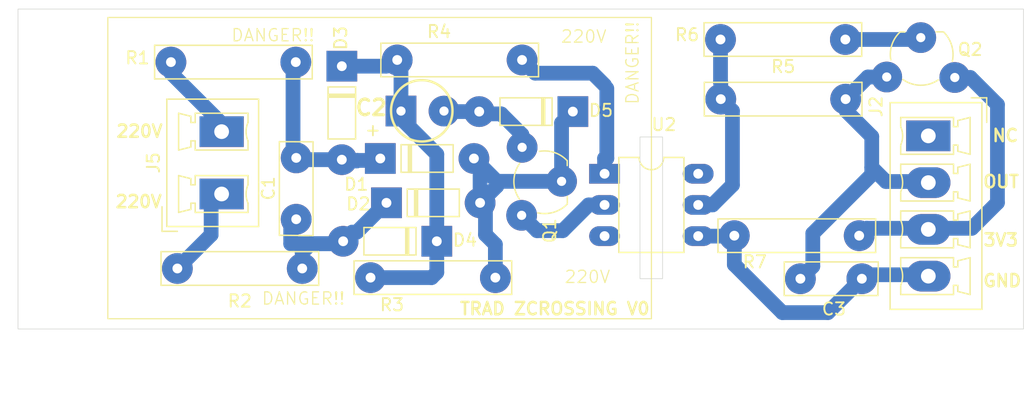
<source format=kicad_pcb>
(kicad_pcb (version 20241229) (generator "pcbnew") (generator_version "9.0")
  (layers (0 "F.Cu" signal) (2 "B.Cu" signal) (13 "F.Paste" user) (15 "B.Paste" user) (5 "F.SilkS" user "F.Silkscreen") (7 "B.SilkS" user "B.Silkscreen") (1 "F.Mask" user) (3 "B.Mask" user) (25 "Edge.Cuts" user))
  (property "@BOARD NAME" "zero_cross_detector_kicad9")
  (property "@CREATE DATE" "2025-11-09")
  (property "@CREATE TIME" "20:42:59")
  (property "@PAGE COUNT" "1")
  (property "@PAGE NAME" "zero_cross_detector_kicad9")
  (property "@PAGE NO" "1")
  (property "@PROJECT NAME" "zero_cross_detector_kicad9")
  (property "@SCHEMATIC NAME" "zero_cross_detector_kicad9")
  (property "@UPDATE DATE" "2025-11-09")
  (property "@UPDATE TIME" "21:42:59")
  (property "COMMENT1" "")
  (property "COMMENT2" "")
  (property "COMMENT3" "")
  (property "COMMENT4" "")
  (property "COMP" "")
  (property "DESCRIPTION" "")
  (property "DESIGNATOR" "")
  (property "DEVICE" "default297x210")
  (property "FILE" "zero_cross_detector_kicad9")
  (property "FOOTPRINT" "")
  (property "ID" "/")
  (property "NAME" "default297x210")
  (property "REV" "")
  (property "SHEET" "/")
  (property "SIZE" "\"A4\"")
  (property "SYMBOL" "default297x210")
  (property "TYPE" "")
  (net 0 "")
  (net 3 "Net-(D1-A)")
  (net 4 "Net-(D5-A)")
  (net 5 "Net-(D1-K)")
  (net 6 "Net-(Q2-B)")
  (net 7 "Net-(Q1-C)")
  (net 8 "Net-(D2-K)")
  (net 9 "Net-(D3-K)")
  (net 10 "Net-(J2-Pin_3)")
  (net 11 "Net-(R4-Pad2)")
  (net 12 "Net-(R5-Pad2)")
  (net 13 "Net-(J5-Pin_1)")
  (net 14 "Net-(J5-Pin_2)")
  (net 15 "Net-(J2-Pin_2)")
  (net 17 "GND")
  (footprint "SamacSys:R_Axial_DIN0207_L6.3mm_D2.5mm_P10.16mm_Horizontal_big" (layer "F.Cu") (at 174.375974 63.777861)
    (property "Reference" "R7" (at 1.663909 2.138147 0) (layer "F.SilkS"))
    (property "Value" "1K")
    (fp_line (start -1.33 -1.37) (end -1.33 1.37) (stroke (width 0.12)) (layer "F.SilkS"))
    (fp_line (start -1.33 1.37) (end 11.5 1.37) (stroke (width 0.12)) (layer "F.SilkS"))
    (fp_line (start 11.5 -1.37) (end -1.33 -1.37) (stroke (width 0.12)) (layer "F.SilkS"))
    (fp_line (start 11.5 1.37) (end 11.5 -1.37) (stroke (width 0.12)) (layer "F.SilkS"))
    (pad "1" thru_hole circle (at 0 0) (size 2.5 2.5) (drill 0.8) (layers "*.Cu" "*.Mask") (net 17 "GND"))
    (pad "2" thru_hole circle (at 10.16 0) (size 2.5 2.5) (drill 0.8) (layers "*.Cu" "*.Mask") (net 10 "Net-(J2-Pin_3)"))
  )
  (footprint "SamacSys:R_Axial_DIN0207_L6.3mm_D2.5mm_P10.16mm_Horizontal_big" (layer "F.Cu") (at 183.434186 52.653416 180)
    (property "Reference" "R5" (at 5.08 2.652837 180) (layer "F.SilkS"))
    (property "Value" "1K")
    (fp_line (start 11.5 1.37) (end 11.5 -1.37) (stroke (width 0.12)) (layer "F.SilkS"))
    (fp_line (start 11.5 -1.37) (end -1.33 -1.37) (stroke (width 0.12)) (layer "F.SilkS"))
    (fp_line (start -1.33 1.37) (end 11.5 1.37) (stroke (width 0.12)) (layer "F.SilkS"))
    (fp_line (start -1.33 -1.37) (end -1.33 1.37) (stroke (width 0.12)) (layer "F.SilkS"))
    (pad "1" thru_hole circle (at 0 0 180) (size 2.5 2.5) (drill 0.8) (layers "*.Cu" "*.Mask") (net 15 "Net-(J2-Pin_2)"))
    (pad "2" thru_hole circle (at 10.16 0 180) (size 2.5 2.5) (drill 0.8) (layers "*.Cu" "*.Mask") (net 12 "Net-(R5-Pad2)"))
  )
  (footprint "SamacSys:D_DO-35_SOD27_P7.62mm_Horizontal_big" (layer "F.Cu") (at 142.431917 49.966171 -90)
    (property "Reference" "D3" (at -2.28872 0.092168 90) (layer "F.SilkS"))
    (property "Value" "1n4148")
    (fp_line (start 1.69 1.12) (end 5.93 1.12) (stroke (width 0.12)) (layer "F.SilkS"))
    (fp_line (start 5.93 1.12) (end 5.93 -1.12) (stroke (width 0.12)) (layer "F.SilkS"))
    (fp_line (start 1.69 -1.12) (end 1.69 1.12) (stroke (width 0.12)) (layer "F.SilkS"))
    (fp_line (start 2.29 -1.12) (end 2.29 1.12) (stroke (width 0.12)) (layer "F.SilkS"))
    (fp_line (start 2.41 -1.12) (end 2.41 1.12) (stroke (width 0.12)) (layer "F.SilkS"))
    (fp_line (start 2.53 -1.12) (end 2.53 1.12) (stroke (width 0.12)) (layer "F.SilkS"))
    (fp_line (start 5.93 -1.12) (end 1.69 -1.12) (stroke (width 0.12)) (layer "F.SilkS"))
    (pad "1" thru_hole rect (at 0 0 270) (size 2.5 2.5) (drill 0.8) (layers "*.Cu" "*.Mask") (net 9 "Net-(D3-K)"))
    (pad "2" thru_hole oval (at 7.62 0 270) (size 2.5 2.5) (drill 0.8) (layers "*.Cu" "*.Mask") (net 5 "Net-(D1-K)"))
  )
  (footprint "SamacSys:CAPPRD200W55D500H1350_big" (layer "F.Cu") (at 147.247618 53.623551)
    (property "Reference" "C2" (at -2.426046 -0.278783 0) (layer "F.SilkS") (effects (font (size 1.27 1.27) (thickness 0.254))))
    (property "Value" "10uF 50V" (hide yes))
    (fp_circle (center 1.69 -0.0205) (end 1.74 2.4795) (stroke (width 0.2)) (fill no) (layer "F.SilkS"))
    (pad "1" thru_hole rect (at 0 0) (size 2.5 2.5) (drill 0.75) (layers "*.Cu" "*.Mask") (net 9 "Net-(D3-K)"))
    (pad "2" thru_hole circle (at 3.5 0) (size 2.5 2.5) (drill 0.75) (layers "*.Cu" "*.Mask") (net 4 "Net-(D5-A)"))
  )
  (footprint "MountingHole:MountingHole_3.2mm_M3" (layer "F.Cu") (at 179.762141 58.489223)
    (property "Reference" "H3" (hide yes))
    (property "Value" "MountingHole")
    (pad "" np_thru_hole circle (at 0 0) (size 3.2 3.2) (drill 3.2) (layers "*.Cu" "*.Mask"))
  )
  (footprint "SamacSys:C_Disc_D6.0mm_W2.5mm_P5.00mm_big" (layer "F.Cu") (at 184.753837 67.286008 180)
    (property "Reference" "C3" (at 2.271266 -2.467465 180) (layer "F.SilkS"))
    (property "Value" "100nF 50V")
    (fp_line (start 6.31 1.37) (end 6.32 -1.36) (stroke (width 0.12)) (layer "F.SilkS"))
    (fp_line (start -1.305 -1.37) (end 6.32 -1.37) (stroke (width 0.12)) (layer "F.SilkS"))
    (fp_line (start -1.335 1.37) (end 6.31 1.37) (stroke (width 0.12)) (layer "F.SilkS"))
    (fp_line (start -1.335 1.37) (end -1.305 -1.37) (stroke (width 0.12)) (layer "F.SilkS"))
    (pad "1" thru_hole circle (at 0 0 180) (size 2.5 2.5) (drill 0.8) (layers "*.Cu" "*.Mask") (net 17 "GND"))
    (pad "2" thru_hole circle (at 5 0 180) (size 2.5 2.5) (drill 0.8) (layers "*.Cu" "*.Mask") (net 15 "Net-(J2-Pin_2)"))
  )
  (footprint "SamacSys:D_DO-35_SOD27_P7.62mm_Horizontal_big" (layer "F.Cu") (at 145.563976 57.489016)
    (property "Reference" "D1" (at -1.953439 2.102751 180) (layer "F.SilkS"))
    (property "Value" "1N4148")
    (fp_line (start 1.69 -1.12) (end 1.69 1.12) (stroke (width 0.12)) (layer "F.SilkS"))
    (fp_line (start 1.69 1.12) (end 5.93 1.12) (stroke (width 0.12)) (layer "F.SilkS"))
    (fp_line (start 2.29 -1.12) (end 2.29 1.12) (stroke (width 0.12)) (layer "F.SilkS"))
    (fp_line (start 2.41 -1.12) (end 2.41 1.12) (stroke (width 0.12)) (layer "F.SilkS"))
    (fp_line (start 2.53 -1.12) (end 2.53 1.12) (stroke (width 0.12)) (layer "F.SilkS"))
    (fp_line (start 5.93 -1.12) (end 1.69 -1.12) (stroke (width 0.12)) (layer "F.SilkS"))
    (fp_line (start 5.93 1.12) (end 5.93 -1.12) (stroke (width 0.12)) (layer "F.SilkS"))
    (pad "1" thru_hole rect (at 0 0) (size 2.5 2.5) (drill 0.8) (layers "*.Cu" "*.Mask") (net 5 "Net-(D1-K)"))
    (pad "2" thru_hole oval (at 7.62 0) (size 2.5 2.5) (drill 0.8) (layers "*.Cu" "*.Mask") (net 3 "Net-(D1-A)"))
  )
  (footprint "SamacSys:D_DO-35_SOD27_P7.62mm_Horizontal_big" (layer "F.Cu") (at 146.065857 61.101484)
    (property "Reference" "D2" (at -2.28872 0.092168 180) (layer "F.SilkS"))
    (property "Value" "1N4148")
    (fp_line (start 1.69 -1.12) (end 1.69 1.12) (stroke (width 0.12)) (layer "F.SilkS"))
    (fp_line (start 1.69 1.12) (end 5.93 1.12) (stroke (width 0.12)) (layer "F.SilkS"))
    (fp_line (start 2.29 -1.12) (end 2.29 1.12) (stroke (width 0.12)) (layer "F.SilkS"))
    (fp_line (start 2.41 -1.12) (end 2.41 1.12) (stroke (width 0.12)) (layer "F.SilkS"))
    (fp_line (start 2.53 -1.12) (end 2.53 1.12) (stroke (width 0.12)) (layer "F.SilkS"))
    (fp_line (start 5.93 -1.12) (end 1.69 -1.12) (stroke (width 0.12)) (layer "F.SilkS"))
    (fp_line (start 5.93 1.12) (end 5.93 -1.12) (stroke (width 0.12)) (layer "F.SilkS"))
    (pad "1" thru_hole rect (at 0 0) (size 2.5 2.5) (drill 0.8) (layers "*.Cu" "*.Mask") (net 8 "Net-(D2-K)"))
    (pad "2" thru_hole oval (at 7.62 0) (size 2.5 2.5) (drill 0.8) (layers "*.Cu" "*.Mask") (net 3 "Net-(D1-A)"))
  )
  (footprint "SamacSys:TO-92_Inline_router_big" (layer "F.Cu") (at 158.935831 60.659541 90)
    (property "Reference" "Q1" (at -2.709999 0.415815 90) (layer "F.SilkS"))
    (property "Value" "BC547")
    (fp_line (start 2.595 1.837634) (end 2.99 1.837634) (stroke (width 0.12)) (layer "F.SilkS"))
    (fp_line (start -0.53 1.85) (end 0.06 1.85) (stroke (width 0.12)) (layer "F.SilkS"))
    (fp_arc (start -0.12 -2.06) (mid 1.328567 -2.500076) (end 2.766744 -2.027146) (stroke (width 0.12)) (layer "F.SilkS"))
    (fp_arc (start 3.75 -0.43) (mid 3.656533 0.799849) (end 2.99 1.837634) (stroke (width 0.12)) (layer "F.SilkS"))
    (fp_arc (start -0.559276 1.829276) (mid -1.210764 0.733697) (end -1.26 -0.54) (stroke (width 0.12)) (layer "F.SilkS"))
    (pad "1" thru_hole circle (at -1.46 -1.87 90) (size 2.5 2.5) (drill 0.75) (layers "*.Cu" "*.Mask") (net 7 "Net-(Q1-C)"))
    (pad "2" thru_hole circle (at 1.31 1.38 180) (size 2.5 2.5) (drill 0.75) (layers "*.Cu" "*.Mask") (net 3 "Net-(D1-A)"))
    (pad "3" thru_hole circle (at 4.08 -1.83 90) (size 2.5 2.5) (drill 0.75) (layers "*.Cu" "*.Mask") (net 4 "Net-(D5-A)"))
  )
  (footprint "SamacSys:R_Axial_DIN0207_L6.3mm_D2.5mm_P10.16mm_Horizontal_big" (layer "F.Cu") (at 146.940575 49.459718)
    (property "Reference" "R4" (at 3.405494 -2.306989 0) (layer "F.SilkS"))
    (property "Value" "1K")
    (fp_line (start -1.33 -1.37) (end -1.33 1.37) (stroke (width 0.12)) (layer "F.SilkS"))
    (fp_line (start -1.33 1.37) (end 11.5 1.37) (stroke (width 0.12)) (layer "F.SilkS"))
    (fp_line (start 11.5 -1.37) (end -1.33 -1.37) (stroke (width 0.12)) (layer "F.SilkS"))
    (fp_line (start 11.5 1.37) (end 11.5 -1.37) (stroke (width 0.12)) (layer "F.SilkS"))
    (pad "1" thru_hole circle (at 0 0) (size 2.5 2.5) (drill 0.8) (layers "*.Cu" "*.Mask") (net 9 "Net-(D3-K)"))
    (pad "2" thru_hole circle (at 10.16 0) (size 2.5 2.5) (drill 0.8) (layers "*.Cu" "*.Mask") (net 11 "Net-(R4-Pad2)"))
  )
  (footprint "SamacSys:R_Axial_DIN0207_L6.3mm_D2.5mm_P10.16mm_Horizontal_big" (layer "F.Cu") (at 128.525266 49.634796)
    (property "Reference" "R1" (at -2.724664 -0.346358 0) (layer "F.SilkS"))
    (property "Value" "220K")
    (fp_line (start -1.33 -1.37) (end -1.33 1.37) (stroke (width 0.12)) (layer "F.SilkS"))
    (fp_line (start -1.33 1.37) (end 11.5 1.37) (stroke (width 0.12)) (layer "F.SilkS"))
    (fp_line (start 11.5 -1.37) (end -1.33 -1.37) (stroke (width 0.12)) (layer "F.SilkS"))
    (fp_line (start 11.5 1.37) (end 11.5 -1.37) (stroke (width 0.12)) (layer "F.SilkS"))
    (pad "1" thru_hole circle (at 0 0) (size 2.5 2.5) (drill 0.8) (layers "*.Cu" "*.Mask") (net 14 "Net-(J5-Pin_2)"))
    (pad "2" thru_hole circle (at 10.16 0) (size 2.5 2.5) (drill 0.8) (layers "*.Cu" "*.Mask") (net 5 "Net-(D1-K)"))
  )
  (footprint "SamacSys:R_Axial_DIN0207_L6.3mm_D2.5mm_P10.16mm_Horizontal_big" (layer "F.Cu") (at 129.049267 66.450467)
    (property "Reference" "R2" (at 5.08 2.652837 0) (layer "F.SilkS"))
    (property "Value" "220K")
    (fp_line (start -1.33 -1.37) (end -1.33 1.37) (stroke (width 0.12)) (layer "F.SilkS"))
    (fp_line (start -1.33 1.37) (end 11.5 1.37) (stroke (width 0.12)) (layer "F.SilkS"))
    (fp_line (start 11.5 -1.37) (end -1.33 -1.37) (stroke (width 0.12)) (layer "F.SilkS"))
    (fp_line (start 11.5 1.37) (end 11.5 -1.37) (stroke (width 0.12)) (layer "F.SilkS"))
    (pad "1" thru_hole circle (at 0 0) (size 2.5 2.5) (drill 0.8) (layers "*.Cu" "*.Mask") (net 13 "Net-(J5-Pin_1)"))
    (pad "2" thru_hole circle (at 10.16 0) (size 2.5 2.5) (drill 0.8) (layers "*.Cu" "*.Mask") (net 8 "Net-(D2-K)"))
  )
  (footprint "MountingHole:MountingHole_3.2mm_M3" (layer "F.Cu") (at 119.762141 58.489223)
    (property "Reference" "H2" (hide yes))
    (property "Value" "MountingHole")
    (pad "" np_thru_hole circle (at 0 0) (size 3.2 3.2) (drill 3.2) (layers "*.Cu" "*.Mask"))
  )
  (footprint "SamacSys:TO-92_Inline_router_big" (layer "F.Cu") (at 190.858188 49.018983 180)
    (property "Reference" "Q2" (at -2.709999 0.415815 180) (layer "F.SilkS"))
    (property "Value" "BC557")
    (fp_line (start 2.595 1.837634) (end 2.99 1.837634) (stroke (width 0.12)) (layer "F.SilkS"))
    (fp_line (start -0.53 1.85) (end 0.06 1.85) (stroke (width 0.12)) (layer "F.SilkS"))
    (fp_arc (start 3.75 -0.43) (mid 3.656533 0.799849) (end 2.99 1.837634) (stroke (width 0.12)) (layer "F.SilkS"))
    (fp_arc (start -0.12 -2.06) (mid 1.328567 -2.500076) (end 2.766744 -2.027146) (stroke (width 0.12)) (layer "F.SilkS"))
    (fp_arc (start -0.559276 1.829276) (mid -1.210764 0.733697) (end -1.26 -0.54) (stroke (width 0.12)) (layer "F.SilkS"))
    (pad "1" thru_hole circle (at -1.46 -1.87 180) (size 2.5 2.5) (drill 0.75) (layers "*.Cu" "*.Mask") (net 10 "Net-(J2-Pin_3)"))
    (pad "2" thru_hole circle (at 1.31 1.38 270) (size 2.5 2.5) (drill 0.75) (layers "*.Cu" "*.Mask") (net 6 "Net-(Q2-B)"))
    (pad "3" thru_hole circle (at 4.08 -1.83 180) (size 2.5 2.5) (drill 0.75) (layers "*.Cu" "*.Mask") (net 15 "Net-(J2-Pin_2)"))
  )
  (footprint "SamacSys:C_Disc_D6.0mm_W2.5mm_P5.00mm_big" (layer "F.Cu") (at 138.719971 62.439118 90)
    (property "Reference" "C1" (at 2.518268 -2.268048 90) (layer "F.SilkS"))
    (property "Value" "1nF 50V")
    (fp_line (start -1.305 -1.37) (end 6.32 -1.37) (stroke (width 0.12)) (layer "F.SilkS"))
    (fp_line (start 6.31 1.37) (end 6.32 -1.36) (stroke (width 0.12)) (layer "F.SilkS"))
    (fp_line (start -1.335 1.37) (end -1.305 -1.37) (stroke (width 0.12)) (layer "F.SilkS"))
    (fp_line (start -1.335 1.37) (end 6.31 1.37) (stroke (width 0.12)) (layer "F.SilkS"))
    (pad "1" thru_hole circle (at 0 0 90) (size 2.5 2.5) (drill 0.8) (layers "*.Cu" "*.Mask") (net 8 "Net-(D2-K)"))
    (pad "2" thru_hole circle (at 5 0 90) (size 2.5 2.5) (drill 0.8) (layers "*.Cu" "*.Mask") (net 5 "Net-(D1-K)"))
  )
  (footprint "SamacSys:R_Axial_DIN0207_L6.3mm_D2.5mm_P10.16mm_Horizontal_big" (layer "F.Cu") (at 154.927944 67.196518 180)
    (property "Reference" "R3" (at 8.41321 -2.212739 180) (layer "F.SilkS"))
    (property "Value" "22K")
    (fp_line (start 11.5 1.37) (end 11.5 -1.37) (stroke (width 0.12)) (layer "F.SilkS"))
    (fp_line (start 11.5 -1.37) (end -1.33 -1.37) (stroke (width 0.12)) (layer "F.SilkS"))
    (fp_line (start -1.33 1.37) (end 11.5 1.37) (stroke (width 0.12)) (layer "F.SilkS"))
    (fp_line (start -1.33 -1.37) (end -1.33 1.37) (stroke (width 0.12)) (layer "F.SilkS"))
    (pad "1" thru_hole circle (at 0 0 180) (size 2.5 2.5) (drill 0.8) (layers "*.Cu" "*.Mask") (net 3 "Net-(D1-A)"))
    (pad "2" thru_hole circle (at 10.16 0 180) (size 2.5 2.5) (drill 0.8) (layers "*.Cu" "*.Mask") (net 9 "Net-(D3-K)"))
  )
  (footprint "SamacSys:PhoenixContact_MCV_1,5_4-G-3.81_1x04_P3.81mm_Vertical_router_big" (layer "F.Cu") (at 190.164218 55.64459 -90)
    (property "Reference" "J2" (at -2.386477 4.255789 270) (layer "F.SilkS"))
    (property "Value" "MCV_1,5_4-G-3.81_1x04_P3.81mm_Vertical")
    (fp_line (start -2.71 3.11) (end 14.14 3.11) (stroke (width 0.12)) (layer "F.SilkS"))
    (fp_line (start 14.14 3.11) (end 14.14 -4.36) (stroke (width 0.12)) (layer "F.SilkS"))
    (fp_line (start -1.5 2.25) (end -1.5 -2.05) (stroke (width 0.12)) (layer "F.SilkS"))
    (fp_line (start -0.75 2.25) (end -1.5 2.25) (stroke (width 0.12)) (layer "F.SilkS"))
    (fp_line (start 1.5 2.25) (end 0.75 2.25) (stroke (width 0.12)) (layer "F.SilkS"))
    (fp_line (start 2.31 2.25) (end 2.31 -2.05) (stroke (width 0.12)) (layer "F.SilkS"))
    (fp_line (start 3.06 2.25) (end 2.31 2.25) (stroke (width 0.12)) (layer "F.SilkS"))
    (fp_line (start 5.31 2.25) (end 4.56 2.25) (stroke (width 0.12)) (layer "F.SilkS"))
    (fp_line (start 6.12 2.25) (end 6.12 -2.05) (stroke (width 0.12)) (layer "F.SilkS"))
    (fp_line (start 6.87 2.25) (end 6.12 2.25) (stroke (width 0.12)) (layer "F.SilkS"))
    (fp_line (start 9.12 2.25) (end 8.37 2.25) (stroke (width 0.12)) (layer "F.SilkS"))
    (fp_line (start 9.93 2.25) (end 9.93 -2.05) (stroke (width 0.12)) (layer "F.SilkS"))
    (fp_line (start 10.68 2.25) (end 9.93 2.25) (stroke (width 0.12)) (layer "F.SilkS"))
    (fp_line (start 12.93 2.25) (end 12.18 2.25) (stroke (width 0.12)) (layer "F.SilkS"))
    (fp_line (start -1.5 -2.05) (end -0.75 -2.05) (stroke (width 0.12)) (layer "F.SilkS"))
    (fp_line (start -0.75 -2.05) (end -0.75 -2.4) (stroke (width 0.12)) (layer "F.SilkS"))
    (fp_line (start 0.75 -2.05) (end 1.5 -2.05) (stroke (width 0.12)) (layer "F.SilkS"))
    (fp_line (start 1.5 -2.05) (end 1.5 2.25) (stroke (width 0.12)) (layer "F.SilkS"))
    (fp_line (start 2.31 -2.05) (end 3.06 -2.05) (stroke (width 0.12)) (layer "F.SilkS"))
    (fp_line (start 3.06 -2.05) (end 3.06 -2.4) (stroke (width 0.12)) (layer "F.SilkS"))
    (fp_line (start 4.56 -2.05) (end 5.31 -2.05) (stroke (width 0.12)) (layer "F.SilkS"))
    (fp_line (start 5.31 -2.05) (end 5.31 2.25) (stroke (width 0.12)) (layer "F.SilkS"))
    (fp_line (start 6.12 -2.05) (end 6.87 -2.05) (stroke (width 0.12)) (layer "F.SilkS"))
    (fp_line (start 6.87 -2.05) (end 6.87 -2.4) (stroke (width 0.12)) (layer "F.SilkS"))
    (fp_line (start 8.37 -2.05) (end 9.12 -2.05) (stroke (width 0.12)) (layer "F.SilkS"))
    (fp_line (start 9.12 -2.05) (end 9.12 2.25) (stroke (width 0.12)) (layer "F.SilkS"))
    (fp_line (start 9.93 -2.05) (end 10.68 -2.05) (stroke (width 0.12)) (layer "F.SilkS"))
    (fp_line (start 10.68 -2.05) (end 10.68 -2.4) (stroke (width 0.12)) (layer "F.SilkS"))
    (fp_line (start 12.18 -2.05) (end 12.93 -2.05) (stroke (width 0.12)) (layer "F.SilkS"))
    (fp_line (start 12.93 -2.05) (end 12.93 2.25) (stroke (width 0.12)) (layer "F.SilkS"))
    (fp_line (start -1.25 -2.4) (end -1.5 -3.4) (stroke (width 0.12)) (layer "F.SilkS"))
    (fp_line (start -0.75 -2.4) (end -1.25 -2.4) (stroke (width 0.12)) (layer "F.SilkS"))
    (fp_line (start 0.75 -2.4) (end 0.75 -2.05) (stroke (width 0.12)) (layer "F.SilkS"))
    (fp_line (start 1.25 -2.4) (end 0.75 -2.4) (stroke (width 0.12)) (layer "F.SilkS"))
    (fp_line (start 2.56 -2.4) (end 2.31 -3.4) (stroke (width 0.12)) (layer "F.SilkS"))
    (fp_line (start 3.06 -2.4) (end 2.56 -2.4) (stroke (width 0.12)) (layer "F.SilkS"))
    (fp_line (start 4.56 -2.4) (end 4.56 -2.05) (stroke (width 0.12)) (layer "F.SilkS"))
    (fp_line (start 5.06 -2.4) (end 4.56 -2.4) (stroke (width 0.12)) (layer "F.SilkS"))
    (fp_line (start 6.37 -2.4) (end 6.12 -3.4) (stroke (width 0.12)) (layer "F.SilkS"))
    (fp_line (start 6.87 -2.4) (end 6.37 -2.4) (stroke (width 0.12)) (layer "F.SilkS"))
    (fp_line (start 8.37 -2.4) (end 8.37 -2.05) (stroke (width 0.12)) (layer "F.SilkS"))
    (fp_line (start 8.87 -2.4) (end 8.37 -2.4) (stroke (width 0.12)) (layer "F.SilkS"))
    (fp_line (start 10.18 -2.4) (end 9.93 -3.4) (stroke (width 0.12)) (layer "F.SilkS"))
    (fp_line (start 10.68 -2.4) (end 10.18 -2.4) (stroke (width 0.12)) (layer "F.SilkS"))
    (fp_line (start 12.18 -2.4) (end 12.18 -2.05) (stroke (width 0.12)) (layer "F.SilkS"))
    (fp_line (start 12.68 -2.4) (end 12.18 -2.4) (stroke (width 0.12)) (layer "F.SilkS"))
    (fp_line (start -1.5 -3.4) (end 1.5 -3.4) (stroke (width 0.12)) (layer "F.SilkS"))
    (fp_line (start 1.5 -3.4) (end 1.25 -2.4) (stroke (width 0.12)) (layer "F.SilkS"))
    (fp_line (start 2.31 -3.4) (end 5.31 -3.4) (stroke (width 0.12)) (layer "F.SilkS"))
    (fp_line (start 5.31 -3.4) (end 5.06 -2.4) (stroke (width 0.12)) (layer "F.SilkS"))
    (fp_line (start 6.12 -3.4) (end 9.12 -3.4) (stroke (width 0.12)) (layer "F.SilkS"))
    (fp_line (start 9.12 -3.4) (end 8.87 -2.4) (stroke (width 0.12)) (layer "F.SilkS"))
    (fp_line (start 9.93 -3.4) (end 12.93 -3.4) (stroke (width 0.12)) (layer "F.SilkS"))
    (fp_line (start 12.93 -3.4) (end 12.68 -2.4) (stroke (width 0.12)) (layer "F.SilkS"))
    (fp_line (start -3.1 -3.5) (end -3.1 -4.75) (stroke (width 0.12)) (layer "F.SilkS"))
    (fp_line (start -2.71 -4.36) (end -2.71 3.11) (stroke (width 0.12)) (layer "F.SilkS"))
    (fp_line (start 14.14 -4.36) (end -2.71 -4.36) (stroke (width 0.12)) (layer "F.SilkS"))
    (fp_line (start -3.1 -4.75) (end -1.1 -4.75) (stroke (width 0.12)) (layer "F.SilkS"))
    (fp_arc (start -0.75 2.25) (mid -0.000193 2.09191) (end 0.749647 2.249844) (stroke (width 0.12)) (layer "F.SilkS"))
    (fp_arc (start 3.06 2.25) (mid 3.809807 2.09191) (end 4.559647 2.249844) (stroke (width 0.12)) (layer "F.SilkS"))
    (fp_arc (start 6.87 2.25) (mid 7.619807 2.09191) (end 8.369647 2.249844) (stroke (width 0.12)) (layer "F.SilkS"))
    (fp_arc (start 10.68 2.25) (mid 11.429807 2.09191) (end 12.179647 2.249844) (stroke (width 0.12)) (layer "F.SilkS"))
    (pad "1" thru_hole rect (at 0 0 270) (size 2.5 3.6) (drill 1.2) (layers "*.Cu" "*.Mask"))
    (pad "2" thru_hole oval (at 3.81 0 270) (size 2.5 3.6) (drill 1.2) (layers "*.Cu" "*.Mask") (net 15 "Net-(J2-Pin_2)"))
    (pad "3" thru_hole oval (at 7.62 0 270) (size 2.5 3.6) (drill 1.2) (layers "*.Cu" "*.Mask") (net 10 "Net-(J2-Pin_3)"))
    (pad "4" thru_hole oval (at 11.43 0 270) (size 2.5 3.6) (drill 1.2) (layers "*.Cu" "*.Mask") (net 17 "GND"))
  )
  (footprint "SamacSys:D_DO-35_SOD27_P7.62mm_Horizontal_big" (layer "F.Cu") (at 161.23393 53.66703 180)
    (property "Reference" "D5" (at -2.28872 0.092168 0) (layer "F.SilkS"))
    (property "Value" "1N4148")
    (fp_line (start 5.93 1.12) (end 5.93 -1.12) (stroke (width 0.12)) (layer "F.SilkS"))
    (fp_line (start 5.93 -1.12) (end 1.69 -1.12) (stroke (width 0.12)) (layer "F.SilkS"))
    (fp_line (start 2.53 -1.12) (end 2.53 1.12) (stroke (width 0.12)) (layer "F.SilkS"))
    (fp_line (start 2.41 -1.12) (end 2.41 1.12) (stroke (width 0.12)) (layer "F.SilkS"))
    (fp_line (start 2.29 -1.12) (end 2.29 1.12) (stroke (width 0.12)) (layer "F.SilkS"))
    (fp_line (start 1.69 1.12) (end 5.93 1.12) (stroke (width 0.12)) (layer "F.SilkS"))
    (fp_line (start 1.69 -1.12) (end 1.69 1.12) (stroke (width 0.12)) (layer "F.SilkS"))
    (pad "1" thru_hole rect (at 0 0 180) (size 2.5 2.5) (drill 0.8) (layers "*.Cu" "*.Mask") (net 3 "Net-(D1-A)"))
    (pad "2" thru_hole oval (at 7.62 0 180) (size 2.5 2.5) (drill 0.8) (layers "*.Cu" "*.Mask") (net 4 "Net-(D5-A)"))
  )
  (footprint "SamacSys:DIP-6_W7.62mm_big" (layer "F.Cu") (at 163.81566 58.732732)
    (property "Reference" "U2" (at 4.830302 -4.00684 0) (layer "F.SilkS"))
    (property "Value" "4N35")
    (fp_line (start 1.16 -1.33) (end 1.16 6.41) (stroke (width 0.12)) (layer "F.SilkS"))
    (fp_line (start 1.16 6.41) (end 6.46 6.41) (stroke (width 0.12)) (layer "F.SilkS"))
    (fp_line (start 2.81 -1.33) (end 1.16 -1.33) (stroke (width 0.12)) (layer "F.SilkS"))
    (fp_line (start 6.46 -1.33) (end 4.81 -1.33) (stroke (width 0.12)) (layer "F.SilkS"))
    (fp_line (start 6.46 6.41) (end 6.46 -1.33) (stroke (width 0.12)) (layer "F.SilkS"))
    (fp_arc (start 4.81 -1.33) (mid 3.81 -0.33) (end 2.81 -1.33) (stroke (width 0.12)) (layer "F.SilkS"))
    (pad "1" thru_hole rect (at 0 0) (size 2.5 1.6) (drill 0.8) (layers "*.Cu" "*.Mask") (net 11 "Net-(R4-Pad2)"))
    (pad "2" thru_hole oval (at 0 2.54) (size 2.5 1.6) (drill 0.8) (layers "*.Cu" "*.Mask") (net 7 "Net-(Q1-C)"))
    (pad "3" thru_hole oval (at 0 5.08) (size 2.5 1.6) (drill 0.8) (layers "*.Cu" "*.Mask"))
    (pad "4" thru_hole oval (at 7.62 5.08) (size 2.5 1.6) (drill 0.8) (layers "*.Cu" "*.Mask") (net 17 "GND"))
    (pad "5" thru_hole oval (at 7.62 2.54) (size 2.5 1.6) (drill 0.8) (layers "*.Cu" "*.Mask") (net 12 "Net-(R5-Pad2)"))
    (pad "6" thru_hole oval (at 7.62 0) (size 2.5 1.6) (drill 0.8) (layers "*.Cu" "*.Mask"))
  )
  (footprint "SamacSys:D_DO-35_SOD27_P7.62mm_Horizontal_big" (layer "F.Cu") (at 150.161419 64.233542 180)
    (property "Reference" "D4" (at -2.28872 0.092168 0) (layer "F.SilkS"))
    (property "Value" "1N4148")
    (fp_line (start 5.93 1.12) (end 5.93 -1.12) (stroke (width 0.12)) (layer "F.SilkS"))
    (fp_line (start 5.93 -1.12) (end 1.69 -1.12) (stroke (width 0.12)) (layer "F.SilkS"))
    (fp_line (start 2.53 -1.12) (end 2.53 1.12) (stroke (width 0.12)) (layer "F.SilkS"))
    (fp_line (start 2.41 -1.12) (end 2.41 1.12) (stroke (width 0.12)) (layer "F.SilkS"))
    (fp_line (start 2.29 -1.12) (end 2.29 1.12) (stroke (width 0.12)) (layer "F.SilkS"))
    (fp_line (start 1.69 1.12) (end 5.93 1.12) (stroke (width 0.12)) (layer "F.SilkS"))
    (fp_line (start 1.69 -1.12) (end 1.69 1.12) (stroke (width 0.12)) (layer "F.SilkS"))
    (pad "1" thru_hole rect (at 0 0 180) (size 2.5 2.5) (drill 0.8) (layers "*.Cu" "*.Mask") (net 9 "Net-(D3-K)"))
    (pad "2" thru_hole oval (at 7.62 0 180) (size 2.5 2.5) (drill 0.8) (layers "*.Cu" "*.Mask") (net 8 "Net-(D2-K)"))
  )
  (footprint "SamacSys:R_Axial_DIN0207_L6.3mm_D2.5mm_P10.16mm_Horizontal_big" (layer "F.Cu") (at 183.411861 47.792253 180)
    (property "Reference" "R6" (at 12.880371 0.385703 180) (layer "F.SilkS"))
    (property "Value" "1K")
    (fp_line (start 11.5 1.37) (end 11.5 -1.37) (stroke (width 0.12)) (layer "F.SilkS"))
    (fp_line (start 11.5 -1.37) (end -1.33 -1.37) (stroke (width 0.12)) (layer "F.SilkS"))
    (fp_line (start -1.33 1.37) (end 11.5 1.37) (stroke (width 0.12)) (layer "F.SilkS"))
    (fp_line (start -1.33 -1.37) (end -1.33 1.37) (stroke (width 0.12)) (layer "F.SilkS"))
    (pad "1" thru_hole circle (at 0 0 180) (size 2.5 2.5) (drill 0.8) (layers "*.Cu" "*.Mask") (net 6 "Net-(Q2-B)"))
    (pad "2" thru_hole circle (at 10.16 0 180) (size 2.5 2.5) (drill 0.8) (layers "*.Cu" "*.Mask") (net 12 "Net-(R5-Pad2)"))
  )
  (footprint "SamacSys:PhoenixContact_MCV_1,5_2-G-5.08_1x02_P5.08mm_Vertical_router_big" (layer "F.Cu") (at 132.649158 60.38128 90)
    (property "Reference" "J5" (at 2.54 -5.55 90) (layer "F.SilkS"))
    (property "Value" "Conn_01x02 5.08mm")
    (fp_line (start -3.04 -4.85) (end -1.04 -4.85) (stroke (width 0.12)) (layer "F.SilkS"))
    (fp_line (start 7.73 -4.46) (end -2.65 -4.46) (stroke (width 0.12)) (layer "F.SilkS"))
    (fp_line (start -2.65 -4.46) (end -2.65 3.01) (stroke (width 0.12)) (layer "F.SilkS"))
    (fp_line (start -3.04 -3.6) (end -3.04 -4.85) (stroke (width 0.12)) (layer "F.SilkS"))
    (fp_line (start 6.58 -3.5) (end 6.33 -2.5) (stroke (width 0.12)) (layer "F.SilkS"))
    (fp_line (start 3.58 -3.5) (end 6.58 -3.5) (stroke (width 0.12)) (layer "F.SilkS"))
    (fp_line (start 1.5 -3.5) (end 1.25 -2.5) (stroke (width 0.12)) (layer "F.SilkS"))
    (fp_line (start -1.5 -3.5) (end 1.5 -3.5) (stroke (width 0.12)) (layer "F.SilkS"))
    (fp_line (start 6.33 -2.5) (end 5.83 -2.5) (stroke (width 0.12)) (layer "F.SilkS"))
    (fp_line (start 5.83 -2.5) (end 5.83 -2.15) (stroke (width 0.12)) (layer "F.SilkS"))
    (fp_line (start 4.33 -2.5) (end 3.83 -2.5) (stroke (width 0.12)) (layer "F.SilkS"))
    (fp_line (start 3.83 -2.5) (end 3.58 -3.5) (stroke (width 0.12)) (layer "F.SilkS"))
    (fp_line (start 1.25 -2.5) (end 0.75 -2.5) (stroke (width 0.12)) (layer "F.SilkS"))
    (fp_line (start 0.75 -2.5) (end 0.75 -2.15) (stroke (width 0.12)) (layer "F.SilkS"))
    (fp_line (start -0.75 -2.5) (end -1.25 -2.5) (stroke (width 0.12)) (layer "F.SilkS"))
    (fp_line (start -1.25 -2.5) (end -1.5 -3.5) (stroke (width 0.12)) (layer "F.SilkS"))
    (fp_line (start 6.58 -2.15) (end 6.58 2.15) (stroke (width 0.12)) (layer "F.SilkS"))
    (fp_line (start 5.83 -2.15) (end 6.58 -2.15) (stroke (width 0.12)) (layer "F.SilkS"))
    (fp_line (start 4.33 -2.15) (end 4.33 -2.5) (stroke (width 0.12)) (layer "F.SilkS"))
    (fp_line (start 3.58 -2.15) (end 4.33 -2.15) (stroke (width 0.12)) (layer "F.SilkS"))
    (fp_line (start 1.5 -2.15) (end 1.5 2.15) (stroke (width 0.12)) (layer "F.SilkS"))
    (fp_line (start 0.75 -2.15) (end 1.5 -2.15) (stroke (width 0.12)) (layer "F.SilkS"))
    (fp_line (start -0.75 -2.15) (end -0.75 -2.5) (stroke (width 0.12)) (layer "F.SilkS"))
    (fp_line (start -1.5 -2.15) (end -0.75 -2.15) (stroke (width 0.12)) (layer "F.SilkS"))
    (fp_line (start 6.58 2.15) (end 5.83 2.15) (stroke (width 0.12)) (layer "F.SilkS"))
    (fp_line (start 4.33 2.15) (end 3.58 2.15) (stroke (width 0.12)) (layer "F.SilkS"))
    (fp_line (start 3.58 2.15) (end 3.58 -2.15) (stroke (width 0.12)) (layer "F.SilkS"))
    (fp_line (start 1.5 2.15) (end 0.75 2.15) (stroke (width 0.12)) (layer "F.SilkS"))
    (fp_line (start -0.75 2.15) (end -1.5 2.15) (stroke (width 0.12)) (layer "F.SilkS"))
    (fp_line (start -1.5 2.15) (end -1.5 -2.15) (stroke (width 0.12)) (layer "F.SilkS"))
    (fp_line (start 7.73 3.01) (end 7.73 -4.46) (stroke (width 0.12)) (layer "F.SilkS"))
    (fp_line (start -2.65 3.01) (end 7.73 3.01) (stroke (width 0.12)) (layer "F.SilkS"))
    (fp_arc (start 4.33 2.15) (mid 5.079807 1.99191) (end 5.829647 2.149844) (stroke (width 0.12)) (layer "F.SilkS"))
    (fp_arc (start -0.75 2.15) (mid -0.000193 1.99191) (end 0.749647 2.149844) (stroke (width 0.12)) (layer "F.SilkS"))
    (pad "1" thru_hole rect (at 0 0 90) (size 2.5 3.6) (drill 1.2) (layers "*.Cu" "*.Mask") (net 13 "Net-(J5-Pin_1)"))
    (pad "2" thru_hole rect (at 5.08 0 90) (size 2.5 3.6) (drill 1.2) (layers "*.Cu" "*.Mask") (net 14 "Net-(J5-Pin_2)"))
  )
  (gr_rect (start 123.3893 45.996828) (end 167.628793 70.544463) (stroke (width 0.1)) (fill no) (layer "F.SilkS"))
  (gr_rect (start 166.6979 55.733851) (end 168.537507 67.281783) (stroke (width 0.05)) (fill no) (layer "Edge.Cuts"))
  (gr_rect (start 116.078254 45.312476) (end 197.907993 71.381521) (stroke (width 0.05)) (fill no) (layer "Edge.Cuts"))
  (gr_text "220V" (at 123.97894 55.849073 0) (layer "F.SilkS") (effects (font (size 1 1) (thickness 0.2) (bold yes)) (justify left bottom)))
  (gr_text "DANGER!!" (at 133.37653 48.027407 0) (layer "F.SilkS") (effects (font (size 1 1) (thickness 0.1)) (justify left bottom)))
  (gr_text "TRAD ZCROSSING V0" (at 151.942226 70.310919 0) (layer "F.SilkS") (effects (font (size 1 1) (thickness 0.2) (bold yes)) (justify left bottom)))
  (gr_text "+" (at 144.962025 55.148232 0) (layer "F.SilkS") (effects (font (size 1 1))))
  (gr_text "DANGER!!" (at 135.855006 69.481519 0) (layer "F.SilkS") (effects (font (size 1 1) (thickness 0.1)) (justify left bottom)))
  (gr_text "DANGER!!" (at 166.668647 53.152261 90) (layer "F.SilkS") (effects (font (size 1 1) (thickness 0.1)) (justify left bottom)))
  (gr_text "OUT" (at 194.524218 59.958969 0) (layer "F.SilkS") (effects (font (size 1 1) (thickness 0.2) (bold yes)) (justify left bottom)))
  (gr_text "220V" (at 160.496297 67.718033 0) (layer "F.SilkS") (effects (font (size 1 1) (thickness 0.1)) (justify left bottom)))
  (gr_text "220V" (at 123.910735 61.58846 0) (layer "F.SilkS") (effects (font (size 1 1) (thickness 0.2) (bold yes)) (justify left bottom)))
  (gr_text "GND" (at 194.524218 68.035645 0) (layer "F.SilkS") (effects (font (size 1 1) (thickness 0.2) (bold yes)) (justify left bottom)))
  (gr_text "3V3" (at 194.554475 64.714558 0) (layer "F.SilkS") (effects (font (size 1 1) (thickness 0.2) (bold yes)) (justify left bottom)))
  (gr_text "220V" (at 160.201623 48.133978 0) (layer "F.SilkS") (effects (font (size 1 1) (thickness 0.1)) (justify left bottom)))
  (gr_text "NC" (at 195.275489 56.202613 0) (layer "F.SilkS") (effects (font (size 1 1) (thickness 0.2) (bold yes)) (justify left bottom)))
  (segment (start 154.122398 63.684769) (end 154.927944 64.490315) (width 1.2) (layer "B.Cu") (net 3))
  (segment (start 154.927944 64.490315) (end 154.927944 67.196518) (width 1.2) (layer "B.Cu") (net 3))
  (segment (start 160.315831 59.349541) (end 160.315831 54.589062) (width 1.2) (layer "B.Cu") (net 3))
  (segment (start 155.044501 59.349541) (end 153.183976 57.489016) (width 1.2) (layer "B.Cu") (net 3))
  (segment (start 161.021651 53.879309) (end 161.23393 53.66703) (width 1.2) (layer "B.Cu") (net 3))
  (segment (start 155.044501 59.74284) (end 153.685857 61.101484) (width 1.2) (layer "B.Cu") (net 3))
  (segment (start 154.122398 61.1596) (end 154.122398 63.684769) (width 1.2) (layer "B.Cu") (net 3))
  (segment (start 153.685857 57.990897) (end 153.183976 57.489016) (width 1.2) (layer "B.Cu") (net 3))
  (segment (start 160.315831 54.589062) (end 161.021651 53.883242) (width 1.2) (layer "B.Cu") (net 3))
  (segment (start 161.021651 53.883242) (end 161.021651 53.879309) (width 1.2) (layer "B.Cu") (net 3))
  (segment (start 160.315831 59.349541) (end 155.044501 59.349541) (width 1.2) (layer "B.Cu") (net 3))
  (segment (start 153.685857 61.101484) (end 153.685857 57.990897) (width 1.2) (layer "B.Cu") (net 3))
  (segment (start 155.044501 59.349541) (end 155.044501 59.74284) (width 1.2) (layer "B.Cu") (net 3))
  (segment (start 153.61393 53.66703) (end 150.791097 53.66703) (width 1.2) (layer "B.Cu") (net 4))
  (segment (start 157.088468 55.540558) (end 157.088468 56.562178) (width 1.2) (layer "B.Cu") (net 4))
  (segment (start 153.462023 53.855077) (end 155.402987 53.855077) (width 1.2) (layer "B.Cu") (net 4))
  (segment (start 155.402987 53.855077) (end 157.088468 55.540558) (width 1.2) (layer "B.Cu") (net 4))
  (segment (start 150.791097 53.66703) (end 150.747618 53.623551) (width 1.2) (layer "B.Cu") (net 4))
  (segment (start 142.431917 57.586171) (end 138.867024 57.586171) (width 1.2) (layer "B.Cu") (net 5))
  (segment (start 143.639135 57.691981) (end 143.686639 57.644477) (width 1.2) (layer "B.Cu") (net 5))
  (segment (start 138.46119 57.180337) (end 138.46119 50.595526) (width 1.2) (layer "B.Cu") (net 5))
  (segment (start 142.537727 57.691981) (end 143.639135 57.691981) (width 1.2) (layer "B.Cu") (net 5))
  (segment (start 138.867024 57.586171) (end 138.46119 57.180337) (width 1.2) (layer "B.Cu") (net 5))
  (segment (start 143.686639 57.644477) (end 145.310757 57.644477) (width 1.2) (layer "B.Cu") (net 5))
  (segment (start 183.411861 47.792253) (end 189.394918 47.792253) (width 1.2) (layer "B.Cu") (net 6))
  (segment (start 189.394918 47.792253) (end 189.548188 47.638983) (width 1.2) (layer "B.Cu") (net 6))
  (segment (start 160.413325 63.36954) (end 158.31583 63.36954) (width 1.2) (layer "B.Cu") (net 7))
  (segment (start 163.81566 61.272732) (end 162.510133 61.272732) (width 1.2) (layer "B.Cu") (net 7))
  (segment (start 158.31583 63.36954) (end 157.065831 62.119541) (width 1.2) (layer "B.Cu") (net 7))
  (segment (start 162.510133 61.272732) (end 160.413325 63.36954) (width 1.2) (layer "B.Cu") (net 7))
  (segment (start 138.271788 62.887301) (end 138.271788 64.431946) (width 1.2) (layer "B.Cu") (net 8))
  (segment (start 139.918243 64.431946) (end 139.209267 65.140922) (width 1.2) (layer "B.Cu") (net 8))
  (segment (start 142.541419 64.233542) (end 143.286243 63.488718) (width 1.2) (layer "B.Cu") (net 8))
  (segment (start 138.719971 62.439118) (end 138.271788 62.887301) (width 1.2) (layer "B.Cu") (net 8))
  (segment (start 139.209267 65.140922) (end 139.209267 66.450467) (width 1.2) (layer "B.Cu") (net 8))
  (segment (start 142.343015 64.431946) (end 139.918243 64.431946) (width 1.2) (layer "B.Cu") (net 8))
  (segment (start 138.271788 64.431946) (end 142.343015 64.431946) (width 1.2) (layer "B.Cu") (net 8))
  (segment (start 143.651398 63.488718) (end 146.038632 61.101484) (width 1.2) (layer "B.Cu") (net 8))
  (segment (start 143.286243 63.488718) (end 143.651398 63.488718) (width 1.2) (layer "B.Cu") (net 8))
  (segment (start 150.161419 57.139657) (end 150.161419 64.233542) (width 1.2) (layer "B.Cu") (net 9))
  (segment (start 146.051745 49.966171) (end 142.431917 49.966171) (width 1.2) (layer "B.Cu") (net 9))
  (segment (start 149.737985 67.196518) (end 144.767944 67.196518) (width 1.2) (layer "B.Cu") (net 9))
  (segment (start 150.161419 64.233542) (end 150.161419 66.773084) (width 1.2) (layer "B.Cu") (net 9))
  (segment (start 146.940575 49.459718) (end 146.558198 49.459718) (width 1.2) (layer "B.Cu") (net 9))
  (segment (start 146.558198 49.459718) (end 146.051745 49.966171) (width 1.2) (layer "B.Cu") (net 9))
  (segment (start 147.247618 53.623551) (end 147.247618 54.225856) (width 1.2) (layer "B.Cu") (net 9))
  (segment (start 147.247618 53.623551) (end 147.247618 49.766761) (width 1.2) (layer "B.Cu") (net 9))
  (segment (start 147.247618 54.225856) (end 150.161419 57.139657) (width 1.2) (layer "B.Cu") (net 9))
  (segment (start 147.247618 49.766761) (end 146.940575 49.459718) (width 1.2) (layer "B.Cu") (net 9))
  (segment (start 150.161419 66.773084) (end 149.737985 67.196518) (width 1.2) (layer "B.Cu") (net 9))
  (segment (start 193.700688 63.175628) (end 195.789591 61.086725) (width 1.2) (layer "B.Cu") (net 10))
  (segment (start 184.535974 63.777861) (end 185.138207 63.175628) (width 1.2) (layer "B.Cu") (net 10))
  (segment (start 193.580976 50.888983) (end 192.318188 50.888983) (width 1.2) (layer "B.Cu") (net 10))
  (segment (start 185.138207 63.175628) (end 190.075256 63.175628) (width 1.2) (layer "B.Cu") (net 10))
  (segment (start 195.789591 61.086725) (end 195.789591 53.097598) (width 1.2) (layer "B.Cu") (net 10))
  (segment (start 190.075256 63.175628) (end 190.164218 63.26459) (width 1.2) (layer "B.Cu") (net 10))
  (segment (start 190.25318 63.175628) (end 193.700688 63.175628) (width 1.2) (layer "B.Cu") (net 10))
  (segment (start 190.164218 63.26459) (end 190.25318 63.175628) (width 1.2) (layer "B.Cu") (net 10))
  (segment (start 195.789591 53.097598) (end 193.580976 50.888983) (width 1.2) (layer "B.Cu") (net 10))
  (segment (start 158.178231 50.537374) (end 157.100575 49.459718) (width 1.2) (layer "B.Cu") (net 11))
  (segment (start 163.999046 57.479027) (end 163.999046 51.777027) (width 1.2) (layer "B.Cu") (net 11))
  (segment (start 163.81566 57.479027) (end 163.999046 57.479027) (width 1.2) (layer "B.Cu") (net 11))
  (segment (start 163.81566 58.732732) (end 163.81566 57.479027) (width 1.2) (layer "B.Cu") (net 11))
  (segment (start 162.844858 50.537374) (end 158.178231 50.537374) (width 1.2) (layer "B.Cu") (net 11))
  (segment (start 163.81566 51.508176) (end 162.844858 50.537374) (width 1.2) (layer "B.Cu") (net 11))
  (segment (start 171.43566 61.272732) (end 172.599765 61.272732) (width 1.2) (layer "B.Cu") (net 12))
  (segment (start 173.251861 47.792253) (end 173.251861 51.273491) (width 1.2) (layer "B.Cu") (net 12))
  (segment (start 173.274186 51.295816) (end 173.274186 52.653416) (width 1.2) (layer "B.Cu") (net 12))
  (segment (start 172.599765 61.272732) (end 174.222608 59.649889) (width 1.2) (layer "B.Cu") (net 12))
  (segment (start 174.222608 59.649889) (end 174.222608 53.601838) (width 1.2) (layer "B.Cu") (net 12))
  (segment (start 173.251861 51.273491) (end 173.274186 51.295816) (width 1.2) (layer "B.Cu") (net 12))
  (segment (start 174.222608 53.601838) (end 173.274186 52.653416) (width 1.2) (layer "B.Cu") (net 12))
  (segment (start 132.56212 60.468318) (end 131.795003 61.235435) (width 1.2) (layer "B.Cu") (net 13))
  (segment (start 131.795003 61.235435) (end 131.795003 63.704731) (width 1.2) (layer "B.Cu") (net 13))
  (segment (start 131.795003 63.704731) (end 129.049267 66.450467) (width 1.2) (layer "B.Cu") (net 13))
  (segment (start 132.649158 55.30128) (end 132.649158 54.641583) (width 1.2) (layer "B.Cu") (net 14))
  (segment (start 128.525266 50.517691) (end 128.525266 49.634796) (width 1.2) (layer "B.Cu") (net 14))
  (segment (start 132.649158 54.641583) (end 128.525266 50.517691) (width 1.2) (layer "B.Cu") (net 14))
  (segment (start 183.434186 52.653416) (end 183.498357 52.717587) (width 1.2) (layer "B.Cu") (net 15))
  (segment (start 185.560543 55.700187) (end 185.560543 58.214395) (width 1.2) (layer "B.Cu") (net 15))
  (segment (start 183.498357 52.717587) (end 183.498357 53.638001) (width 1.2) (layer "B.Cu") (net 15))
  (segment (start 190.164218 59.45459) (end 190.075256 59.365628) (width 1.2) (layer "B.Cu") (net 15))
  (segment (start 183.498357 53.638001) (end 185.560543 55.700187) (width 1.2) (layer "B.Cu") (net 15))
  (segment (start 180.762355 63.598392) (end 185.560543 58.800204) (width 1.2) (layer "B.Cu") (net 15))
  (segment (start 179.753837 67.286008) (end 180.762355 66.27749) (width 1.2) (layer "B.Cu") (net 15))
  (segment (start 186.711776 59.365628) (end 185.560543 58.214395) (width 1.2) (layer "B.Cu") (net 15))
  (segment (start 185.238619 50.848983) (end 183.434186 52.653416) (width 1.2) (layer "B.Cu") (net 15))
  (segment (start 186.778188 50.848983) (end 185.238619 50.848983) (width 1.2) (layer "B.Cu") (net 15))
  (segment (start 180.762355 66.27749) (end 180.762355 63.598392) (width 1.2) (layer "B.Cu") (net 15))
  (segment (start 185.560543 58.800204) (end 185.560543 58.214395) (width 1.2) (layer "B.Cu") (net 15))
  (segment (start 190.075256 59.365628) (end 186.711776 59.365628) (width 1.2) (layer "B.Cu") (net 15))
  (segment (start 184.753837 67.286008) (end 181.992837 70.047008) (width 1.2) (layer "B.Cu") (net 17))
  (segment (start 181.992837 70.047008) (end 178.289071 70.047008) (width 1.2) (layer "B.Cu") (net 17))
  (segment (start 174.341103 63.812732) (end 174.375974 63.777861) (width 1.2) (layer "B.Cu") (net 17))
  (segment (start 185.075341 66.964504) (end 190.054132 66.964504) (width 1.2) (layer "B.Cu") (net 17))
  (segment (start 178.289071 70.047008) (end 174.375974 66.133911) (width 1.2) (layer "B.Cu") (net 17))
  (segment (start 184.753837 67.286008) (end 185.075341 66.964504) (width 1.2) (layer "B.Cu") (net 17))
  (segment (start 174.375974 66.133911) (end 174.375974 63.777861) (width 1.2) (layer "B.Cu") (net 17))
  (segment (start 190.054132 66.964504) (end 190.164218 67.07459) (width 1.2) (layer "B.Cu") (net 17))
  (segment (start 171.43566 63.812732) (end 174.341103 63.812732) (width 1.2) (layer "B.Cu") (net 17))
)
</source>
